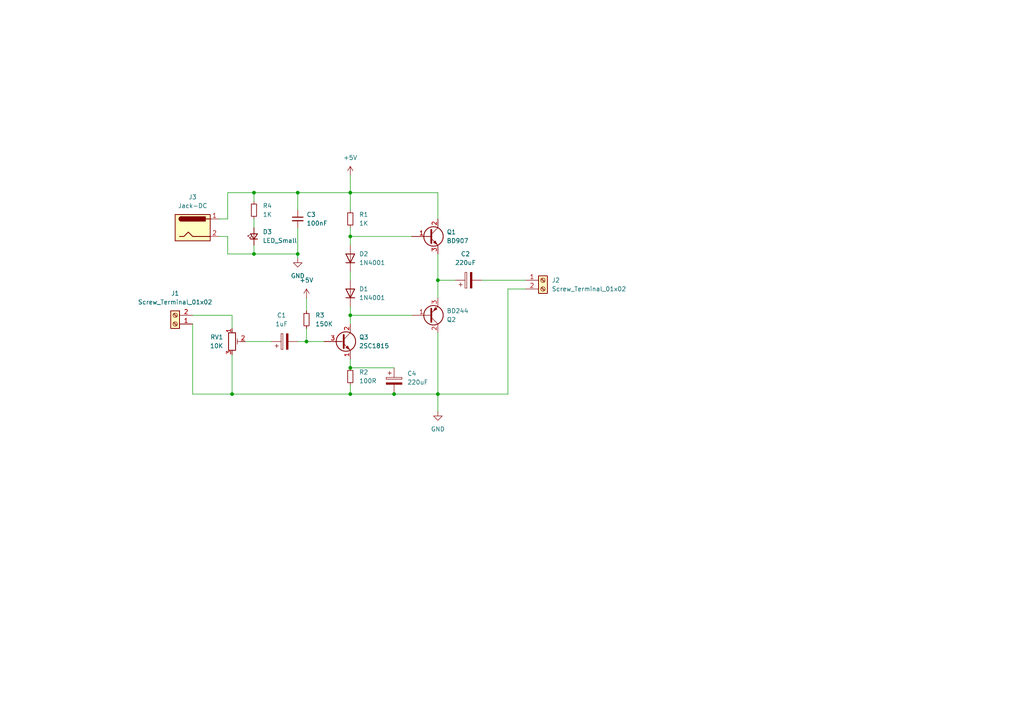
<source format=kicad_sch>
(kicad_sch (version 20231120) (generator "eeschema") (generator_version "8.0")
  (paper "A4")
  (lib_symbols
    (symbol "Connector:Jack-DC" (pin_names (offset 1.016))
      (property "Reference" "J" (at 0 5.334 0))
      (property "Value" "Jack-DC" (at 0 -5.08 0))
      (symbol "Jack-DC_0_1"
        (rectangle (start -5.08 3.81) (end 5.08 -3.81) (stroke (width 0.254)) (fill (type background)))
        (arc (start -3.302 3.175) (mid -3.9343 2.54) (end -3.302 1.905) (stroke (width 0.254)))
        (arc (start -3.302 3.175) (mid -3.9343 2.54) (end -3.302 1.905) (stroke (width 0.254)) (fill (type outline)))
        (polyline (pts (xy 5.08 2.54) (xy 3.81 2.54)) (stroke (width 0.254)))
        (polyline (pts (xy -3.81 -2.54) (xy -2.54 -2.54) (xy -1.27 -1.27) (xy 0 -2.54) (xy 2.54 -2.54) (xy 5.08 -2.54)) (stroke (width 0.254)))
        (rectangle (start 3.683 3.175) (end -3.302 1.905) (stroke (width 0.254)) (fill (type outline)))
      )
      (symbol "Jack-DC_1_1"
        (pin passive line (at 7.62 2.54 180) (length 2.54) (name "~") (number "1"))
        (pin passive line (at 7.62 -2.54 180) (length 2.54) (name "~") (number "2"))
      )
    )
    (symbol "Connector:Screw_Terminal_01x02" (pin_names (offset 1.016) hide)
      (property "Reference" "J" (at 0 2.54 0))
      (property "Value" "Screw_Terminal_01x02" (at 0 -5.08 0))
      (symbol "Screw_Terminal_01x02_1_1"
        (rectangle (start -1.27 1.27) (end 1.27 -3.81) (stroke (width 0.254)) (fill (type background)))
        (circle (center 0 -2.54) (radius 0.635) (stroke (width 0.1524)))
        (polyline (pts (xy -0.5334 -2.2098) (xy 0.3302 -3.048)) (stroke (width 0.1524)))
        (polyline (pts (xy -0.5334 0.3302) (xy 0.3302 -0.508)) (stroke (width 0.1524)))
        (polyline (pts (xy -0.3556 -2.032) (xy 0.508 -2.8702)) (stroke (width 0.1524)))
        (polyline (pts (xy -0.3556 0.508) (xy 0.508 -0.3302)) (stroke (width 0.1524)))
        (circle (center 0 0) (radius 0.635) (stroke (width 0.1524)))
        (pin passive line (at -5.08 0 0) (length 3.81) (name "Pin_1") (number "1"))
        (pin passive line (at -5.08 -2.54 0) (length 3.81) (name "Pin_2") (number "2"))
      )
    )
    (symbol "Device:C_Polarized" (pin_numbers hide) (pin_names (offset 0.254))
      (property "Reference" "C" (at 0.635 2.54 0))
      (property "Value" "C_Polarized" (at 0.635 -2.54 0))
      (symbol "C_Polarized_0_1"
        (rectangle (start -2.286 0.508) (end 2.286 1.016))
        (polyline (pts (xy -1.778 2.286) (xy -0.762 2.286)))
        (polyline (pts (xy -1.27 2.794) (xy -1.27 1.778)))
        (rectangle (start 2.286 -0.508) (end -2.286 -1.016) (fill (type outline)))
      )
      (symbol "C_Polarized_1_1"
        (pin passive line (at 0 3.81 270) (length 2.794) (name "~") (number "1"))
        (pin passive line (at 0 -3.81 90) (length 2.794) (name "~") (number "2"))
      )
    )
    (symbol "Device:C_Small" (pin_numbers hide) (pin_names (offset 0.254) hide)
      (property "Reference" "C" (at 0.254 1.778 0))
      (property "Value" "C_Small" (at 0.254 -2.032 0))
      (symbol "C_Small_0_1"
        (polyline (pts (xy -1.524 -0.508) (xy 1.524 -0.508)) (stroke (width 0.3302)))
        (polyline (pts (xy -1.524 0.508) (xy 1.524 0.508)) (stroke (width 0.3048)))
      )
      (symbol "C_Small_1_1"
        (pin passive line (at 0 2.54 270) (length 2.032) (name "~") (number "1"))
        (pin passive line (at 0 -2.54 90) (length 2.032) (name "~") (number "2"))
      )
    )
    (symbol "Device:LED_Small" (pin_numbers hide) (pin_names (offset 0.254) hide)
      (property "Reference" "D" (at -1.27 3.175 0))
      (property "Value" "LED_Small" (at -4.445 -2.54 0))
      (symbol "LED_Small_0_1"
        (polyline (pts (xy -0.762 -1.016) (xy -0.762 1.016)) (stroke (width 0.254)))
        (polyline (pts (xy 1.016 0) (xy -0.762 0)))
        (polyline (pts (xy 0.762 -1.016) (xy -0.762 0) (xy 0.762 1.016) (xy 0.762 -1.016)) (stroke (width 0.254)))
        (polyline (pts (xy 0 0.762) (xy -0.508 1.27) (xy -0.254 1.27) (xy -0.508 1.27) (xy -0.508 1.016)))
        (polyline (pts (xy 0.508 1.27) (xy 0 1.778) (xy 0.254 1.778) (xy 0 1.778) (xy 0 1.524)))
      )
      (symbol "LED_Small_1_1"
        (pin passive line (at -2.54 0 0) (length 1.778) (name "K") (number "1"))
        (pin passive line (at 2.54 0 180) (length 1.778) (name "A") (number "2"))
      )
    )
    (symbol "Device:R_Potentiometer_Trim" (pin_names (offset 1.016) hide)
      (property "Reference" "RV" (at -4.445 0 90))
      (property "Value" "R_Potentiometer_Trim" (at -2.54 0 90))
      (symbol "R_Potentiometer_Trim_0_1"
        (polyline (pts (xy 1.524 0.762) (xy 1.524 -0.762)))
        (polyline (pts (xy 2.54 0) (xy 1.524 0)))
        (rectangle (start 1.016 2.54) (end -1.016 -2.54) (stroke (width 0.254)))
      )
      (symbol "R_Potentiometer_Trim_1_1"
        (pin passive line (at 0 3.81 270) (length 1.27) (name "1") (number "1"))
        (pin passive line (at 3.81 0 180) (length 1.27) (name "2") (number "2"))
        (pin passive line (at 0 -3.81 90) (length 1.27) (name "3") (number "3"))
      )
    )
    (symbol "Device:R_Small" (pin_numbers hide) (pin_names (offset 0.254) hide)
      (property "Reference" "R" (at 0.762 0.508 0))
      (property "Value" "R_Small" (at 0.762 -1.016 0))
      (symbol "R_Small_0_1"
        (rectangle (start -0.762 1.778) (end 0.762 -1.778) (stroke (width 0.2032)))
      )
      (symbol "R_Small_1_1"
        (pin passive line (at 0 2.54 270) (length 0.762) (name "~") (number "1"))
        (pin passive line (at 0 -2.54 90) (length 0.762) (name "~") (number "2"))
      )
    )
    (symbol "Diode:1N4001" (pin_numbers hide) (pin_names hide)
      (property "Reference" "D" (at 0 2.54 0))
      (property "Value" "1N4001" (at 0 -2.54 0))
      (symbol "1N4001_0_1"
        (polyline (pts (xy -1.27 1.27) (xy -1.27 -1.27)) (stroke (width 0.254)))
        (polyline (pts (xy 1.27 0) (xy -1.27 0)))
        (polyline (pts (xy 1.27 1.27) (xy 1.27 -1.27) (xy -1.27 0) (xy 1.27 1.27)) (stroke (width 0.254)))
      )
      (symbol "1N4001_1_1"
        (pin passive line (at -3.81 0 0) (length 2.54) (name "K") (number "1"))
        (pin passive line (at 3.81 0 180) (length 2.54) (name "A") (number "2"))
      )
    )
    (symbol "Transistor_BJT:2SC1815" (pin_names (offset 0) hide)
      (property "Reference" "Q" (at 5.08 1.905 0))
      (property "Value" "2SC1815" (at 5.08 0 0))
      (symbol "2SC1815_0_1"
        (polyline (pts (xy 0 0) (xy 0.508 0)))
        (polyline (pts (xy 0.635 0.635) (xy 2.54 2.54)))
        (polyline (pts (xy 0.635 -0.635) (xy 2.54 -2.54) (xy 2.54 -2.54)))
        (polyline (pts (xy 0.635 1.905) (xy 0.635 -1.905) (xy 0.635 -1.905)) (stroke (width 0.508)))
        (polyline (pts (xy 1.27 -1.778) (xy 1.778 -1.27) (xy 2.286 -2.286) (xy 1.27 -1.778) (xy 1.27 -1.778)) (fill (type outline)))
        (circle (center 1.27 0) (radius 2.8194) (stroke (width 0.254)))
      )
      (symbol "2SC1815_1_1"
        (pin passive line (at 2.54 -5.08 90) (length 2.54) (name "E") (number "1"))
        (pin passive line (at 2.54 5.08 270) (length 2.54) (name "C") (number "2"))
        (pin input line (at -5.08 0 0) (length 5.08) (name "B") (number "3"))
      )
    )
    (symbol "Transistor_BJT:BD909" (pin_names (offset 0) hide)
      (property "Reference" "Q" (at 6.35 1.905 0))
      (property "Value" "BD909" (at 6.35 0 0))
      (symbol "BD909_0_1"
        (polyline (pts (xy 0.635 0.635) (xy 2.54 2.54)))
        (polyline (pts (xy 0.635 -0.635) (xy 2.54 -2.54) (xy 2.54 -2.54)))
        (polyline (pts (xy 0.635 1.905) (xy 0.635 -1.905) (xy 0.635 -1.905)) (stroke (width 0.508)))
        (polyline (pts (xy 1.27 -1.778) (xy 1.778 -1.27) (xy 2.286 -2.286) (xy 1.27 -1.778) (xy 1.27 -1.778)) (fill (type outline)))
        (circle (center 1.27 0) (radius 2.8194) (stroke (width 0.254)))
      )
      (symbol "BD909_1_1"
        (pin input line (at -5.08 0 0) (length 5.715) (name "B") (number "1"))
        (pin passive line (at 2.54 5.08 270) (length 2.54) (name "C") (number "2"))
        (pin passive line (at 2.54 -5.08 90) (length 2.54) (name "E") (number "3"))
      )
    )
    (symbol "Transistor_BJT:BD912" (pin_names (offset 0) hide)
      (property "Reference" "Q" (at 6.35 1.905 0))
      (property "Value" "BD912" (at 6.35 0 0))
      (symbol "BD912_0_1"
        (polyline (pts (xy 0.635 0.635) (xy 2.54 2.54)))
        (polyline (pts (xy 0.635 -0.635) (xy 2.54 -2.54) (xy 2.54 -2.54)))
        (polyline (pts (xy 0.635 1.905) (xy 0.635 -1.905) (xy 0.635 -1.905)) (stroke (width 0.508)))
        (polyline (pts (xy 2.286 -1.778) (xy 1.778 -2.286) (xy 1.27 -1.27) (xy 2.286 -1.778) (xy 2.286 -1.778)) (fill (type outline)))
        (circle (center 1.27 0) (radius 2.8194) (stroke (width 0.254)))
      )
      (symbol "BD912_1_1"
        (pin input line (at -5.08 0 0) (length 5.715) (name "B") (number "1"))
        (pin passive line (at 2.54 5.08 270) (length 2.54) (name "C") (number "2"))
        (pin passive line (at 2.54 -5.08 90) (length 2.54) (name "E") (number "3"))
      )
    )
    (symbol "power:+5V" (power) (pin_numbers hide) (pin_names (offset 0) hide)
      (property "Value" "+5V" (at 0 3.556 0))
      (symbol "+5V_0_1"
        (polyline (pts (xy -0.762 1.27) (xy 0 2.54)))
        (polyline (pts (xy 0 0) (xy 0 2.54)))
        (polyline (pts (xy 0 2.54) (xy 0.762 1.27)))
      )
      (symbol "+5V_1_1"
        (pin power_in line (at 0 0 90) (length 0) (name "~") (number "1"))
      )
    )
    (symbol "power:GND" (power) (pin_numbers hide) (pin_names (offset 0) hide)
      (property "Value" "GND" (at 0 -3.81 0))
      (symbol "GND_0_1"
        (polyline (pts (xy 0 0) (xy 0 -1.27) (xy 1.27 -1.27) (xy 0 -2.54) (xy -1.27 -1.27) (xy 0 -1.27)))
      )
      (symbol "GND_1_1"
        (pin power_in line (at 0 0 270) (length 0) (name "~") (number "1"))
      )
    )
  )
  (junction (at 73.66 73.66))
  (junction (at 127 114.3))
  (junction (at 101.6 91.44))
  (junction (at 114.3 114.3))
  (junction (at 127 81.28))
  (junction (at 101.6 55.88))
  (junction (at 101.6 68.58))
  (junction (at 73.66 55.88))
  (junction (at 67.31 114.3))
  (junction (at 88.9 99.06))
  (junction (at 86.36 73.66))
  (junction (at 101.6 106.68))
  (junction (at 101.6 114.3))
  (junction (at 86.36 55.88))
  (wire (pts (xy 101.6 88.9) (xy 101.6 91.44)))
  (wire (pts (xy 66.04 73.66) (xy 73.66 73.66)))
  (wire (pts (xy 73.66 58.42) (xy 73.66 55.88)))
  (wire (pts (xy 86.36 99.06) (xy 88.9 99.06)))
  (wire (pts (xy 86.36 55.88) (xy 101.6 55.88)))
  (wire (pts (xy 127 63.5) (xy 127 55.88)))
  (wire (pts (xy 101.6 78.74) (xy 101.6 81.28)))
  (wire (pts (xy 101.6 91.44) (xy 119.38 91.44)))
  (wire (pts (xy 86.36 60.96) (xy 86.36 55.88)))
  (wire (pts (xy 127 81.28) (xy 127 86.36)))
  (wire (pts (xy 55.88 91.44) (xy 67.31 91.44)))
  (wire (pts (xy 55.88 93.98) (xy 55.88 114.3)))
  (wire (pts (xy 88.9 86.36) (xy 88.9 90.17)))
  (wire (pts (xy 73.66 63.5) (xy 73.66 66.04)))
  (wire (pts (xy 88.9 95.25) (xy 88.9 99.06)))
  (wire (pts (xy 67.31 114.3) (xy 101.6 114.3)))
  (wire (pts (xy 127 81.28) (xy 132.08 81.28)))
  (wire (pts (xy 67.31 102.87) (xy 67.31 114.3)))
  (wire (pts (xy 67.31 91.44) (xy 67.31 95.25)))
  (wire (pts (xy 127 114.3) (xy 127 96.52)))
  (wire (pts (xy 101.6 114.3) (xy 114.3 114.3)))
  (wire (pts (xy 73.66 71.12) (xy 73.66 73.66)))
  (wire (pts (xy 114.3 114.3) (xy 127 114.3)))
  (wire (pts (xy 127 114.3) (xy 127 119.38)))
  (wire (pts (xy 147.32 114.3) (xy 127 114.3)))
  (wire (pts (xy 63.5 63.5) (xy 66.04 63.5)))
  (wire (pts (xy 66.04 55.88) (xy 66.04 63.5)))
  (wire (pts (xy 63.5 68.58) (xy 66.04 68.58)))
  (wire (pts (xy 101.6 104.14) (xy 101.6 106.68)))
  (wire (pts (xy 101.6 66.04) (xy 101.6 68.58)))
  (wire (pts (xy 147.32 83.82) (xy 147.32 114.3)))
  (wire (pts (xy 101.6 55.88) (xy 101.6 60.96)))
  (wire (pts (xy 101.6 91.44) (xy 101.6 93.98)))
  (wire (pts (xy 73.66 73.66) (xy 86.36 73.66)))
  (wire (pts (xy 119.38 68.58) (xy 101.6 68.58)))
  (wire (pts (xy 139.7 81.28) (xy 152.4 81.28)))
  (wire (pts (xy 73.66 55.88) (xy 86.36 55.88)))
  (wire (pts (xy 86.36 66.04) (xy 86.36 73.66)))
  (wire (pts (xy 101.6 68.58) (xy 101.6 71.12)))
  (wire (pts (xy 66.04 68.58) (xy 66.04 73.66)))
  (wire (pts (xy 55.88 114.3) (xy 67.31 114.3)))
  (wire (pts (xy 101.6 111.76) (xy 101.6 114.3)))
  (wire (pts (xy 88.9 99.06) (xy 93.98 99.06)))
  (wire (pts (xy 101.6 50.8) (xy 101.6 55.88)))
  (wire (pts (xy 86.36 73.66) (xy 86.36 74.93)))
  (wire (pts (xy 152.4 83.82) (xy 147.32 83.82)))
  (wire (pts (xy 71.12 99.06) (xy 78.74 99.06)))
  (wire (pts (xy 127 73.66) (xy 127 81.28)))
  (wire (pts (xy 101.6 106.68) (xy 114.3 106.68)))
  (wire (pts (xy 127 55.88) (xy 101.6 55.88)))
  (wire (pts (xy 66.04 55.88) (xy 73.66 55.88)))
  (symbol (lib_id "Device:R_Potentiometer_Trim") (at 67.31 99.06 0) (unit 1)
    (property "Reference" "RV1" (at 64.77 97.7899 0) (effects (justify right)))
    (property "Value" "10K" (at 64.77 100.3299 0) (effects (justify right)))
    (property "Footprint" "Potentiometer_THT:Potentiometer_Alps_RK163_Single_Horizontal" (effects (hide yes)))
    (property "Description" "Trim-potentiometer" (effects (hide yes)))
  )
  (symbol (lib_id "Connector:Screw_Terminal_01x02") (at 50.8 93.98 180) (unit 1)
    (property "Reference" "J1" (at 50.8 85.09 0))
    (property "Value" "Screw_Terminal_01x02" (at 50.8 87.63 0))
    (property "Footprint" "TerminalBlock:TerminalBlock_bornier-2_P5.08mm" (effects (hide yes)))
    (property "Description" "Generic screw terminal, single row, 01x02, script generated (kicad-library-utils/schlib/autogen/connector/)" (effects (hide yes)))
  )
  (symbol (lib_id "power:GND") (at 127 119.38 0) (unit 1)
    (property "Reference" "#PWR02" (effects (hide yes)))
    (property "Value" "GND" (at 127 124.46 0))
    (property "Description" "Power symbol creates a global label with name \"GND\" , ground" (effects (hide yes)))
  )
  (symbol (lib_id "Diode:1N4001") (at 101.6 85.09 90) (unit 1)
    (property "Reference" "D1" (at 104.14 83.8199 90) (effects (justify right)))
    (property "Value" "1N4001" (at 104.14 86.3599 90) (effects (justify right)))
    (property "Footprint" "Diode_THT:D_DO-41_SOD81_P10.16mm_Horizontal" (effects (hide yes)))
    (property "Datasheet" "http://www.vishay.com/docs/88503/1n4001.pdf" (effects (hide yes)))
    (property "Description" "50V 1A General Purpose Rectifier Diode, DO-41" (effects (hide yes)))
    (property "Sim.Device" "D" (effects (hide yes)))
    (property "Sim.Pins" "1=K 2=A" (effects (hide yes)))
  )
  (symbol (lib_id "Transistor_BJT:2SC1815") (at 99.06 99.06 0) (unit 1)
    (property "Reference" "Q3" (at 104.14 97.7899 0) (effects (justify left)))
    (property "Value" "2SC1815" (at 104.14 100.3299 0) (effects (justify left)))
    (property "Footprint" "Package_TO_SOT_THT:TO-92_Inline" (effects (hide yes)))
    (property "Datasheet" "https://media.digikey.com/pdf/Data%20Sheets/Toshiba%20PDFs/2SC1815.pdf" (effects (hide yes)))
    (property "Description" "0.15A Ic, 50V Vce, Low Noise Audio NPN Transistor, TO-92" (effects (hide yes)))
  )
  (symbol (lib_id "Device:R_Small") (at 88.9 92.71 0) (unit 1)
    (property "Reference" "R3" (at 91.44 91.4399 0) (effects (justify left)))
    (property "Value" "150K" (at 91.44 93.9799 0) (effects (justify left)))
    (property "Footprint" "Resistor_SMD:R_0603_1608Metric" (effects (hide yes)))
    (property "Description" "Resistor, small symbol" (effects (hide yes)))
  )
  (symbol (lib_id "Device:C_Polarized") (at 114.3 110.49 0) (unit 1)
    (property "Reference" "C4" (at 118.11 108.3309 0) (effects (justify left)))
    (property "Value" "220uF" (at 118.11 110.8709 0) (effects (justify left)))
    (property "Footprint" "Capacitor_THT:CP_Radial_D14.0mm_P5.00mm" (effects (hide yes)))
    (property "Description" "Polarized capacitor" (effects (hide yes)))
  )
  (symbol (lib_id "Device:R_Small") (at 101.6 109.22 0) (unit 1)
    (property "Reference" "R2" (at 104.14 107.9499 0) (effects (justify left)))
    (property "Value" "100R" (at 104.14 110.4899 0) (effects (justify left)))
    (property "Footprint" "Resistor_SMD:R_0603_1608Metric" (effects (hide yes)))
    (property "Description" "Resistor, small symbol" (effects (hide yes)))
  )
  (symbol (lib_id "Connector:Jack-DC") (at 55.88 66.04 0) (unit 1)
    (property "Reference" "J3" (at 55.88 57.15 0))
    (property "Value" "Jack-DC" (at 55.88 59.69 0))
    (property "Footprint" "Connector_BarrelJack:BarrelJack_GCT_DCJ200-10-A_Horizontal" (effects (hide yes)))
    (property "Description" "DC Barrel Jack" (effects (hide yes)))
  )
  (symbol (lib_id "Transistor_BJT:BD912") (at 124.46 91.44 0) (mirror x) (unit 1)
    (property "Reference" "Q2" (at 129.54 92.7101 0) (effects (justify left)))
    (property "Value" "BD244" (at 129.54 90.1701 0) (effects (justify left)))
    (property "Footprint" "Package_TO_SOT_THT:TO-220-3_Vertical" (effects (hide yes)))
    (property "Datasheet" "http://www.st.com/internet/com/TECHNICAL_RESOURCES/TECHNICAL_LITERATURE/DATASHEET/CD00001277.pdf" (effects (hide yes)))
    (property "Description" "BD910, 15A, Silicon Power PNP Transistors, TO-220" (effects (hide yes)))
  )
  (symbol (lib_id "Device:C_Polarized") (at 82.55 99.06 90) (unit 1)
    (property "Reference" "C1" (at 81.661 91.44 90))
    (property "Value" "1uF" (at 81.661 93.98 90))
    (property "Footprint" "Capacitor_THT:CP_Radial_D8.0mm_P3.50mm" (effects (hide yes)))
    (property "Description" "Polarized capacitor" (effects (hide yes)))
  )
  (symbol (lib_id "power:+5V") (at 101.6 50.8 0) (unit 1)
    (property "Reference" "#PWR03" (effects (hide yes)))
    (property "Value" "+5V" (at 101.6 45.72 0))
    (property "Description" "Power symbol creates a global label with name \"+5V\"" (effects (hide yes)))
  )
  (symbol (lib_id "power:+5V") (at 88.9 86.36 0) (unit 1)
    (property "Reference" "#PWR04" (effects (hide yes)))
    (property "Value" "+5V" (at 88.9 81.28 0))
    (property "Description" "Power symbol creates a global label with name \"+5V\"" (effects (hide yes)))
  )
  (symbol (lib_id "Device:R_Small") (at 101.6 63.5 0) (unit 1)
    (property "Reference" "R1" (at 104.14 62.2299 0) (effects (justify left)))
    (property "Value" "1K" (at 104.14 64.7699 0) (effects (justify left)))
    (property "Footprint" "Resistor_SMD:R_0603_1608Metric" (effects (hide yes)))
    (property "Description" "Resistor, small symbol" (effects (hide yes)))
  )
  (symbol (lib_id "Connector:Screw_Terminal_01x02") (at 157.48 81.28 0) (unit 1)
    (property "Reference" "J2" (at 160.02 81.2799 0) (effects (justify left)))
    (property "Value" "Screw_Terminal_01x02" (at 160.02 83.8199 0) (effects (justify left)))
    (property "Footprint" "TerminalBlock:TerminalBlock_bornier-2_P5.08mm" (effects (hide yes)))
    (property "Description" "Generic screw terminal, single row, 01x02, script generated (kicad-library-utils/schlib/autogen/connector/)" (effects (hide yes)))
  )
  (symbol (lib_id "power:GND") (at 86.36 74.93 0) (unit 1)
    (property "Reference" "#PWR01" (effects (hide yes)))
    (property "Value" "GND" (at 86.36 80.01 0))
    (property "Description" "Power symbol creates a global label with name \"GND\" , ground" (effects (hide yes)))
  )
  (symbol (lib_id "Device:C_Polarized") (at 135.89 81.28 90) (unit 1)
    (property "Reference" "C2" (at 135.001 73.66 90))
    (property "Value" "220uF" (at 135.001 76.2 90))
    (property "Footprint" "Capacitor_THT:CP_Radial_D14.0mm_P5.00mm" (effects (hide yes)))
    (property "Description" "Polarized capacitor" (effects (hide yes)))
  )
  (symbol (lib_id "Device:R_Small") (at 73.66 60.96 0) (unit 1)
    (property "Reference" "R4" (at 76.2 59.6899 0) (effects (justify left)))
    (property "Value" "1K" (at 76.2 62.2299 0) (effects (justify left)))
    (property "Footprint" "Resistor_SMD:R_0603_1608Metric" (effects (hide yes)))
    (property "Description" "Resistor, small symbol" (effects (hide yes)))
  )
  (symbol (lib_id "Diode:1N4001") (at 101.6 74.93 90) (unit 1)
    (property "Reference" "D2" (at 104.14 73.6599 90) (effects (justify right)))
    (property "Value" "1N4001" (at 104.14 76.1999 90) (effects (justify right)))
    (property "Footprint" "Diode_THT:D_DO-41_SOD81_P10.16mm_Horizontal" (effects (hide yes)))
    (property "Datasheet" "http://www.vishay.com/docs/88503/1n4001.pdf" (effects (hide yes)))
    (property "Description" "50V 1A General Purpose Rectifier Diode, DO-41" (effects (hide yes)))
    (property "Sim.Device" "D" (effects (hide yes)))
    (property "Sim.Pins" "1=K 2=A" (effects (hide yes)))
  )
  (symbol (lib_id "Device:LED_Small") (at 73.66 68.58 90) (unit 1)
    (property "Reference" "D3" (at 76.2 67.2464 90) (effects (justify right)))
    (property "Value" "LED_Small" (at 76.2 69.7864 90) (effects (justify right)))
    (property "Footprint" "LED_SMD:LED_0805_2012Metric" (effects (hide yes)))
    (property "Description" "Light emitting diode, small symbol" (effects (hide yes)))
  )
  (symbol (lib_id "Device:C_Small") (at 86.36 63.5 0) (unit 1)
    (property "Reference" "C3" (at 88.9 62.2362 0) (effects (justify left)))
    (property "Value" "100nF" (at 88.9 64.7762 0) (effects (justify left)))
    (property "Footprint" "Capacitor_SMD:C_0603_1608Metric" (effects (hide yes)))
    (property "Description" "Unpolarized capacitor, small symbol" (effects (hide yes)))
  )
  (symbol (lib_id "Transistor_BJT:BD909") (at 124.46 68.58 0) (unit 1)
    (property "Reference" "Q1" (at 129.54 67.3099 0) (effects (justify left)))
    (property "Value" "BD907" (at 129.54 69.8499 0) (effects (justify left)))
    (property "Footprint" "Package_TO_SOT_THT:TO-220-3_Vertical" (effects (hide yes)))
    (property "Datasheet" "http://www.st.com/internet/com/TECHNICAL_RESOURCES/TECHNICAL_LITERATURE/DATASHEET/CD00001277.pdf" (effects (hide yes)))
    (property "Description" "15A, Silicon Power NPN Transistors, TO-220" (effects (hide yes)))
  )
)
</source>
